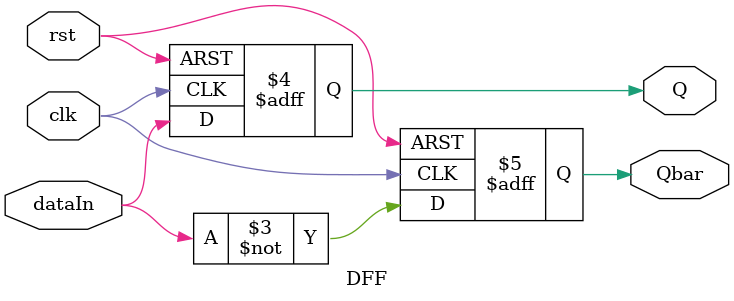
<source format=v>
module register(dataOut, dataOutBar, dataIn, clk, rst);
	input clk, rst;
	input [31:0] dataIn;
	output wire [31:0] dataOut;
	output wire [31:0] dataOutBar;

	genvar i;
	
	generate 
		for (i=0; i<32; i=i+1) begin: flipflop
			DFF D (dataOut[i], dataOutBar[i], dataIn[i], clk, rst);
		end
	endgenerate

endmodule

module DFF(Q, Qbar, dataIn, clk, rst);
	input clk, rst;
	input dataIn;
	output reg Q;
	output reg Qbar;
	reg ps, ns;
	always @ (posedge clk or negedge rst)
		if (~rst) begin
			Q = 1'b0;
			Qbar = 1'b1;
		end
		else begin 
			Q = dataIn;
			Qbar = ~dataIn;
		end
endmodule 

</source>
